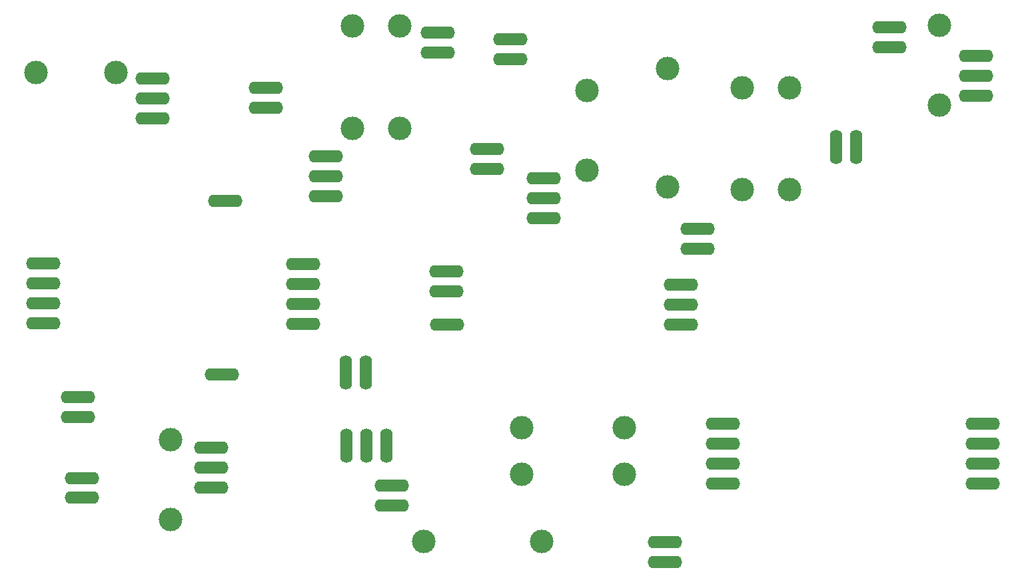
<source format=gbr>
%TF.GenerationSoftware,KiCad,Pcbnew,(6.0.7)*%
%TF.CreationDate,2023-02-10T17:21:08-05:00*%
%TF.ProjectId,Phoenix612_MultiStage_PA_Testing_v3,50686f65-6e69-4783-9631-325f4d756c74,rev?*%
%TF.SameCoordinates,Original*%
%TF.FileFunction,Copper,L2,Bot*%
%TF.FilePolarity,Positive*%
%FSLAX46Y46*%
G04 Gerber Fmt 4.6, Leading zero omitted, Abs format (unit mm)*
G04 Created by KiCad (PCBNEW (6.0.7)) date 2023-02-10 17:21:08*
%MOMM*%
%LPD*%
G01*
G04 APERTURE LIST*
%TA.AperFunction,ComponentPad*%
%ADD10O,4.400000X1.600000*%
%TD*%
%TA.AperFunction,ComponentPad*%
%ADD11C,3.000000*%
%TD*%
%TA.AperFunction,ComponentPad*%
%ADD12O,1.600000X4.400000*%
%TD*%
G04 APERTURE END LIST*
D10*
%TO.P,C31,1*%
%TO.N,Q1_12V*%
X91186000Y-25083888D03*
%TO.P,C31,2*%
%TO.N,GND*%
X91186000Y-27583888D03*
%TD*%
D11*
%TO.P,D5,1,K*%
%TO.N,TX12V*%
X145669000Y-23296849D03*
%TO.P,D5,2,A*%
%TO.N,Net-(D5-Pad2)*%
X145669000Y-33456849D03*
%TD*%
D10*
%TO.P,J6,1,Pin_1*%
%TO.N,Net-(J6-Pad1)*%
X76136500Y-84373000D03*
%TO.P,J6,2,Pin_2*%
%TO.N,Net-(J6-Pad2)*%
X76136500Y-81833000D03*
%TD*%
%TO.P,C8,1*%
%TO.N,Net-(C5-Pad1)*%
X88201500Y-39042849D03*
%TO.P,C8,2*%
%TO.N,GND*%
X88201500Y-41542849D03*
%TD*%
%TO.P,J11,1,Pin_1*%
%TO.N,Q1_12V*%
X81915000Y-26792349D03*
%TO.P,J11,2,Pin_2*%
%TO.N,Net-(J11-Pad2)*%
X81915000Y-24252349D03*
%TD*%
%TO.P,J3,1,Pin_1*%
%TO.N,Net-(J3-Pad1)*%
X114935000Y-49197849D03*
%TO.P,J3,2,Pin_2*%
%TO.N,Net-(J3-Pad2)*%
X114935000Y-51737849D03*
%TD*%
%TO.P,RV3,1,1*%
%TO.N,GND*%
X45720000Y-35115849D03*
%TO.P,RV3,2,2*%
%TO.N,Net-(C23-Pad1)*%
X45720000Y-32575849D03*
%TO.P,RV3,3,3*%
%TO.N,Net-(C28-Pad1)*%
X45720000Y-30035849D03*
%TD*%
%TO.P,C29,1*%
%TO.N,Net-(C28-Pad1)*%
X60071000Y-31272349D03*
%TO.P,C29,2*%
%TO.N,GND*%
X60071000Y-33772349D03*
%TD*%
%TO.P,C18,1*%
%TO.N,M2_12V*%
X110807500Y-89080849D03*
%TO.P,C18,2*%
%TO.N,GND*%
X110807500Y-91580849D03*
%TD*%
%TO.P,RV2,1,1*%
%TO.N,GND*%
X53149500Y-82082000D03*
%TO.P,RV2,2,2*%
%TO.N,Net-(C11-Pad1)*%
X53149500Y-79542000D03*
%TO.P,RV2,3,3*%
%TO.N,Net-(C16-Pad1)*%
X53149500Y-77002000D03*
%TD*%
D12*
%TO.P,Q2,1*%
%TO.N,Net-(Q2-Pad1)*%
X70358000Y-76754349D03*
%TO.P,Q2,2*%
%TO.N,GND*%
X72898000Y-76754349D03*
%TO.P,Q2,3*%
%TO.N,Net-(J6-Pad2)*%
X75438000Y-76754349D03*
%TD*%
D10*
%TO.P,U2,1,IN*%
%TO.N,Net-(J9-Pad1)*%
X31813500Y-53601849D03*
%TO.P,U2,2,IN*%
X31813500Y-56141849D03*
%TO.P,U2,3,GND*%
%TO.N,GND*%
X31813500Y-58681849D03*
%TO.P,U2,4,GND*%
X31813500Y-61221849D03*
%TO.P,U2,5,GND*%
X64833500Y-61267849D03*
%TO.P,U2,6,GND*%
X64833500Y-58727849D03*
%TO.P,U2,7,OUT*%
%TO.N,Net-(C22-Pad2)*%
X64833500Y-56187849D03*
%TO.P,U2,8,OUT*%
X64833500Y-53647849D03*
%TD*%
%TO.P,J2,1,Pin_1*%
%TO.N,Net-(C2-Pad2)*%
X83121500Y-61404500D03*
%TD*%
%TO.P,J5,1,Pin_1*%
%TO.N,Net-(C12-Pad2)*%
X54546500Y-67691000D03*
%TD*%
%TO.P,RV1,1,1*%
%TO.N,GND*%
X95440500Y-47815849D03*
%TO.P,RV1,2,2*%
%TO.N,Net-(C1-Pad1)*%
X95440500Y-45275849D03*
%TO.P,RV1,3,3*%
%TO.N,Net-(C5-Pad1)*%
X95440500Y-42735849D03*
%TD*%
D11*
%TO.P,T2,1,AA*%
%TO.N,M2_12V*%
X105623500Y-74470000D03*
%TO.P,T2,2,AB*%
%TO.N,Net-(J6-Pad1)*%
X92623500Y-74470000D03*
%TO.P,T2,3,SB*%
%TO.N,GND*%
X105623500Y-80470000D03*
%TO.P,T2,4,SA*%
%TO.N,Net-(C20-Pad1)*%
X92623500Y-80470000D03*
%TD*%
D10*
%TO.P,D4,1,K*%
%TO.N,Net-(D4-Pad1)*%
X139382500Y-26090849D03*
%TO.P,D4,2,A*%
%TO.N,TX12V*%
X139382500Y-23550849D03*
%TD*%
%TO.P,Q3,1,D*%
%TO.N,Net-(Q3-Pad1)*%
X67712000Y-39931849D03*
%TO.P,Q3,2,G*%
%TO.N,Net-(Q3-Pad2)*%
X67712000Y-42471849D03*
%TO.P,Q3,3,S*%
%TO.N,GND*%
X67712000Y-45011849D03*
%TD*%
%TO.P,J10,1,Pin_1*%
%TO.N,Net-(C22-Pad1)*%
X54927500Y-45656500D03*
%TD*%
%TO.P,C19,1*%
%TO.N,Net-(C16-Pad1)*%
X36703000Y-80929349D03*
%TO.P,C19,2*%
%TO.N,GND*%
X36703000Y-83429349D03*
%TD*%
%TO.P,U1,1,IN*%
%TO.N,Net-(C20-Pad2)*%
X118173500Y-73985349D03*
%TO.P,U1,2,IN*%
X118173500Y-76525349D03*
%TO.P,U1,3,GND*%
%TO.N,GND*%
X118173500Y-79065349D03*
%TO.P,U1,4,GND*%
X118173500Y-81605349D03*
%TO.P,U1,5,GND*%
X151193500Y-81651349D03*
%TO.P,U1,6,GND*%
X151193500Y-79111349D03*
%TO.P,U1,7,OUT*%
%TO.N,Net-(J8-Pad1)*%
X151193500Y-76571349D03*
%TO.P,U1,8,OUT*%
X151193500Y-74031349D03*
%TD*%
D11*
%TO.P,D2,1,K*%
%TO.N,Net-(C16-Pad1)*%
X48006000Y-75986000D03*
%TO.P,D2,2,A*%
%TO.N,GND*%
X48006000Y-86146000D03*
%TD*%
%TO.P,T1,1,AA*%
%TO.N,M1_12V*%
X120650000Y-31232349D03*
%TO.P,T1,2,AB*%
%TO.N,Net-(J3-Pad1)*%
X120650000Y-44232349D03*
%TO.P,T1,3,SB*%
%TO.N,GND*%
X126650000Y-31232349D03*
%TO.P,T1,4,SA*%
%TO.N,Net-(C7-Pad1)*%
X126650000Y-44232349D03*
%TD*%
D10*
%TO.P,Q1,1,D*%
%TO.N,Net-(J3-Pad2)*%
X112860500Y-56314849D03*
%TO.P,Q1,2,G*%
%TO.N,Net-(Q1-Pad2)*%
X112860500Y-58854849D03*
%TO.P,Q1,3,S*%
%TO.N,GND*%
X112860500Y-61394849D03*
%TD*%
D11*
%TO.P,T3,1,AA*%
%TO.N,Net-(C30-Pad2)*%
X71104500Y-23398849D03*
%TO.P,T3,2,AB*%
%TO.N,Net-(Q3-Pad1)*%
X71104500Y-36398849D03*
%TO.P,T3,3,SB*%
%TO.N,Net-(J11-Pad2)*%
X77104500Y-23398849D03*
%TO.P,T3,4,SA*%
%TO.N,Net-(C30-Pad2)*%
X77104500Y-36398849D03*
%TD*%
D10*
%TO.P,J12,1,Pin_1*%
%TO.N,GND*%
X150368000Y-27185349D03*
%TO.P,J12,2,Pin_2*%
%TO.N,Net-(D5-Pad2)*%
X150368000Y-29725349D03*
%TO.P,J12,3,Pin_3*%
%TO.N,GND*%
X150368000Y-32265349D03*
%TD*%
D11*
%TO.P,D3,1,K*%
%TO.N,Net-(C28-Pad1)*%
X41084500Y-29263849D03*
%TO.P,D3,2,A*%
%TO.N,GND*%
X30924500Y-29263849D03*
%TD*%
D10*
%TO.P,J1,1,Pin_1*%
%TO.N,PA_IN*%
X83058000Y-54595349D03*
%TO.P,J1,2,Pin_2*%
%TO.N,Net-(C2-Pad1)*%
X83058000Y-57135349D03*
%TD*%
D11*
%TO.P,D1,1,K*%
%TO.N,Net-(C5-Pad1)*%
X100901500Y-41709849D03*
%TO.P,D1,2,A*%
%TO.N,GND*%
X100901500Y-31549849D03*
%TD*%
D10*
%TO.P,C6,1*%
%TO.N,TX12V*%
X36258500Y-70628500D03*
%TO.P,C6,2*%
%TO.N,GND*%
X36258500Y-73128500D03*
%TD*%
D11*
%TO.P,L2,1,1*%
%TO.N,TX12V*%
X111188500Y-28812349D03*
%TO.P,L2,2,2*%
%TO.N,M1_12V*%
X111188500Y-43812349D03*
%TD*%
D12*
%TO.P,J4,1,Pin_1*%
%TO.N,Net-(C7-Pad2)*%
X72834500Y-67437000D03*
%TO.P,J4,2,Pin_2*%
%TO.N,Net-(J4-Pad2)*%
X70294500Y-67437000D03*
%TD*%
D11*
%TO.P,L3,1,1*%
%TO.N,TX12V*%
X80193500Y-88953849D03*
%TO.P,L3,2,2*%
%TO.N,M2_12V*%
X95193500Y-88953849D03*
%TD*%
D12*
%TO.P,C14,1*%
%TO.N,M1_12V*%
X132588000Y-38788849D03*
%TO.P,C14,2*%
%TO.N,GND*%
X135088000Y-38788849D03*
%TD*%
M02*

</source>
